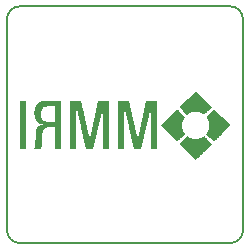
<source format=gbr>
%TF.GenerationSoftware,KiCad,Pcbnew,7.0.10*%
%TF.CreationDate,2025-02-08T17:23:52-05:00*%
%TF.ProjectId,pcb2,70636232-2e6b-4696-9361-645f70636258,rev?*%
%TF.SameCoordinates,Original*%
%TF.FileFunction,Legend,Bot*%
%TF.FilePolarity,Positive*%
%FSLAX46Y46*%
G04 Gerber Fmt 4.6, Leading zero omitted, Abs format (unit mm)*
G04 Created by KiCad (PCBNEW 7.0.10) date 2025-02-08 17:23:52*
%MOMM*%
%LPD*%
G01*
G04 APERTURE LIST*
%ADD10C,0.150000*%
G04 APERTURE END LIST*
D10*
X149750000Y-112550000D02*
G75*
G03*
X150850000Y-113650000I1100000J0D01*
G01*
X150850000Y-93600000D02*
G75*
G03*
X149750000Y-94700000I0J-1100000D01*
G01*
X149750000Y-112550000D02*
X149750000Y-94700000D01*
X168650000Y-113650000D02*
G75*
G03*
X169750000Y-112550000I0J1100000D01*
G01*
X168650000Y-113650000D02*
X150850000Y-113650000D01*
X169750000Y-94700000D02*
G75*
G03*
X168650000Y-93600000I-1100000J0D01*
G01*
X150850000Y-93600000D02*
X168650000Y-93600000D01*
X169750000Y-94700000D02*
X169750000Y-112550000D01*
%TO.C,G\u002A\u002A\u002A*%
G36*
X154352727Y-103650795D02*
G01*
X154352727Y-105699925D01*
X154071458Y-105699925D01*
X153790189Y-105699925D01*
X153790189Y-104770308D01*
X153790189Y-103840691D01*
X153574471Y-103840699D01*
X153572499Y-103840699D01*
X153544951Y-103840714D01*
X153518113Y-103840751D01*
X153492189Y-103840810D01*
X153467387Y-103840889D01*
X153443912Y-103840987D01*
X153421969Y-103841102D01*
X153401765Y-103841233D01*
X153383504Y-103841380D01*
X153367393Y-103841539D01*
X153353637Y-103841711D01*
X153342442Y-103841894D01*
X153334015Y-103842086D01*
X153328559Y-103842286D01*
X153316262Y-103842986D01*
X153280442Y-103845671D01*
X153245426Y-103849247D01*
X153211547Y-103853656D01*
X153179140Y-103858843D01*
X153148537Y-103864750D01*
X153120074Y-103871319D01*
X153094082Y-103878495D01*
X153070897Y-103886220D01*
X153065759Y-103888159D01*
X153041065Y-103898695D01*
X153016308Y-103911152D01*
X152992298Y-103925066D01*
X152969845Y-103939974D01*
X152949760Y-103955414D01*
X152934215Y-103969083D01*
X152909118Y-103994445D01*
X152885929Y-104022292D01*
X152864643Y-104052633D01*
X152845256Y-104085479D01*
X152827762Y-104120839D01*
X152812158Y-104158723D01*
X152798439Y-104199141D01*
X152786600Y-104242102D01*
X152776637Y-104287616D01*
X152768544Y-104335692D01*
X152767528Y-104342857D01*
X152766564Y-104350076D01*
X152765657Y-104357414D01*
X152764792Y-104365076D01*
X152763955Y-104373265D01*
X152763133Y-104382185D01*
X152762310Y-104392039D01*
X152761472Y-104403031D01*
X152760606Y-104415365D01*
X152759696Y-104429244D01*
X152758729Y-104444872D01*
X152757691Y-104462452D01*
X152756566Y-104482189D01*
X152755341Y-104504285D01*
X152754001Y-104528945D01*
X152752532Y-104556371D01*
X152750920Y-104586768D01*
X152750616Y-104592531D01*
X152749203Y-104619150D01*
X152747644Y-104648380D01*
X152745963Y-104679766D01*
X152744186Y-104712852D01*
X152742336Y-104747182D01*
X152740439Y-104782300D01*
X152738519Y-104817751D01*
X152736601Y-104853079D01*
X152734709Y-104887827D01*
X152732868Y-104921541D01*
X152731103Y-104953764D01*
X152729438Y-104984041D01*
X152728429Y-105002371D01*
X152726358Y-105039953D01*
X152724435Y-105074654D01*
X152722636Y-105106673D01*
X152720937Y-105136210D01*
X152719317Y-105163464D01*
X152717751Y-105188636D01*
X152716215Y-105211924D01*
X152714688Y-105233528D01*
X152713144Y-105253648D01*
X152711561Y-105272484D01*
X152709916Y-105290235D01*
X152708186Y-105307101D01*
X152706346Y-105323282D01*
X152704374Y-105338976D01*
X152702246Y-105354384D01*
X152699939Y-105369706D01*
X152697430Y-105385140D01*
X152694695Y-105400887D01*
X152691711Y-105417147D01*
X152688455Y-105434118D01*
X152684903Y-105452000D01*
X152681032Y-105470994D01*
X152676819Y-105491298D01*
X152672240Y-105513113D01*
X152667272Y-105536638D01*
X152661892Y-105562072D01*
X152632742Y-105699925D01*
X152339850Y-105699925D01*
X152318458Y-105699923D01*
X152283519Y-105699905D01*
X152250622Y-105699873D01*
X152219854Y-105699825D01*
X152191304Y-105699763D01*
X152165058Y-105699687D01*
X152141204Y-105699597D01*
X152119829Y-105699495D01*
X152101020Y-105699379D01*
X152084865Y-105699251D01*
X152071452Y-105699111D01*
X152060867Y-105698960D01*
X152053198Y-105698798D01*
X152048533Y-105698625D01*
X152046959Y-105698443D01*
X152047246Y-105697153D01*
X152048318Y-105693091D01*
X152050088Y-105686631D01*
X152052456Y-105678133D01*
X152055322Y-105667958D01*
X152058584Y-105656465D01*
X152062142Y-105644016D01*
X152072537Y-105607212D01*
X152082861Y-105569397D01*
X152092284Y-105533486D01*
X152100754Y-105499690D01*
X152108218Y-105468219D01*
X152114623Y-105439283D01*
X152119917Y-105413095D01*
X152120049Y-105412404D01*
X152127503Y-105372314D01*
X152134108Y-105334567D01*
X152139963Y-105298480D01*
X152145162Y-105263372D01*
X152149801Y-105228563D01*
X152153976Y-105193371D01*
X152157784Y-105157115D01*
X152161320Y-105119113D01*
X152161610Y-105115797D01*
X152162630Y-105104029D01*
X152163593Y-105092655D01*
X152164510Y-105081503D01*
X152165390Y-105070406D01*
X152166244Y-105059191D01*
X152167080Y-105047690D01*
X152167908Y-105035733D01*
X152168738Y-105023150D01*
X152169580Y-105009771D01*
X152170443Y-104995425D01*
X152171337Y-104979944D01*
X152172272Y-104963157D01*
X152173257Y-104944894D01*
X152174302Y-104924985D01*
X152175417Y-104903261D01*
X152176611Y-104879552D01*
X152177895Y-104853687D01*
X152179277Y-104825497D01*
X152180768Y-104794812D01*
X152182377Y-104761462D01*
X152184113Y-104725277D01*
X152185987Y-104686086D01*
X152186912Y-104666727D01*
X152188682Y-104629743D01*
X152190315Y-104595710D01*
X152191819Y-104564479D01*
X152193201Y-104535901D01*
X152194470Y-104509825D01*
X152195633Y-104486104D01*
X152196698Y-104464586D01*
X152197673Y-104445124D01*
X152198566Y-104427566D01*
X152199384Y-104411764D01*
X152200135Y-104397568D01*
X152200827Y-104384829D01*
X152201467Y-104373397D01*
X152202065Y-104363123D01*
X152202626Y-104353857D01*
X152203159Y-104345449D01*
X152203672Y-104337751D01*
X152204173Y-104330613D01*
X152204669Y-104323885D01*
X152205168Y-104317418D01*
X152207335Y-104291403D01*
X152210559Y-104256919D01*
X152214120Y-104223069D01*
X152217973Y-104190172D01*
X152222073Y-104158544D01*
X152226378Y-104128504D01*
X152230843Y-104100371D01*
X152235424Y-104074462D01*
X152240078Y-104051094D01*
X152244761Y-104030587D01*
X152246995Y-104021777D01*
X152258679Y-103982081D01*
X152272449Y-103944722D01*
X152288355Y-103909610D01*
X152306444Y-103876656D01*
X152326766Y-103845768D01*
X152349368Y-103816856D01*
X152374301Y-103789830D01*
X152392965Y-103772239D01*
X152419859Y-103750095D01*
X152448315Y-103730027D01*
X152477804Y-103712404D01*
X152507795Y-103697593D01*
X152516838Y-103693682D01*
X152542434Y-103683485D01*
X152569567Y-103673923D01*
X152598421Y-103664956D01*
X152629175Y-103656541D01*
X152662011Y-103648638D01*
X152697110Y-103641203D01*
X152734652Y-103634195D01*
X152774819Y-103627572D01*
X152817791Y-103621292D01*
X152863750Y-103615314D01*
X152874080Y-103614044D01*
X152865340Y-103612258D01*
X152863358Y-103611858D01*
X152857770Y-103610747D01*
X152849951Y-103609205D01*
X152840465Y-103607343D01*
X152829879Y-103605271D01*
X152818757Y-103603102D01*
X152808991Y-103601173D01*
X152751678Y-103588739D01*
X152696795Y-103574876D01*
X152644402Y-103559609D01*
X152594561Y-103542960D01*
X152547336Y-103524953D01*
X152502788Y-103505612D01*
X152460979Y-103484960D01*
X152421972Y-103463021D01*
X152385829Y-103439817D01*
X152364039Y-103424065D01*
X152336381Y-103401686D01*
X152310345Y-103377860D01*
X152286320Y-103352971D01*
X152264695Y-103327402D01*
X152245858Y-103301538D01*
X152222864Y-103264659D01*
X152200869Y-103223879D01*
X152180806Y-103180594D01*
X152162676Y-103134816D01*
X152146485Y-103086558D01*
X152132236Y-103035832D01*
X152119932Y-102982651D01*
X152109579Y-102927027D01*
X152101179Y-102868974D01*
X152094737Y-102808505D01*
X152094449Y-102805217D01*
X152090075Y-102743699D01*
X152087598Y-102682069D01*
X152087398Y-102661587D01*
X152651633Y-102661587D01*
X152651709Y-102685779D01*
X152652110Y-102720786D01*
X152652878Y-102753282D01*
X152654041Y-102783663D01*
X152655626Y-102812323D01*
X152657659Y-102839659D01*
X152660167Y-102866064D01*
X152663177Y-102891934D01*
X152666716Y-102917664D01*
X152670811Y-102943650D01*
X152674402Y-102963877D01*
X152681578Y-102997935D01*
X152689821Y-103029458D01*
X152699270Y-103058788D01*
X152710065Y-103086262D01*
X152722343Y-103112221D01*
X152736246Y-103137004D01*
X152751910Y-103160949D01*
X152769477Y-103184397D01*
X152773158Y-103188866D01*
X152781620Y-103198433D01*
X152791521Y-103208951D01*
X152802185Y-103219740D01*
X152812932Y-103230123D01*
X152823086Y-103239421D01*
X152831969Y-103246955D01*
X152841189Y-103254131D01*
X152870852Y-103274697D01*
X152902876Y-103293359D01*
X152937056Y-103310023D01*
X152973188Y-103324596D01*
X153011067Y-103336983D01*
X153050487Y-103347090D01*
X153054605Y-103347999D01*
X153076368Y-103352516D01*
X153098515Y-103356611D01*
X153121446Y-103360338D01*
X153145559Y-103363749D01*
X153171254Y-103366899D01*
X153198929Y-103369841D01*
X153228984Y-103372627D01*
X153261817Y-103375312D01*
X153263311Y-103375413D01*
X153269666Y-103375701D01*
X153278951Y-103375972D01*
X153291189Y-103376226D01*
X153306403Y-103376465D01*
X153324614Y-103376687D01*
X153345845Y-103376893D01*
X153370119Y-103377083D01*
X153397458Y-103377258D01*
X153427886Y-103377417D01*
X153461424Y-103377561D01*
X153498095Y-103377691D01*
X153537922Y-103377806D01*
X153790189Y-103378460D01*
X153790189Y-102721275D01*
X153790189Y-102064089D01*
X153552223Y-102064100D01*
X153527820Y-102064109D01*
X153499819Y-102064139D01*
X153472478Y-102064190D01*
X153446008Y-102064258D01*
X153420617Y-102064344D01*
X153396517Y-102064447D01*
X153373916Y-102064564D01*
X153353025Y-102064696D01*
X153334052Y-102064839D01*
X153317209Y-102064995D01*
X153302705Y-102065160D01*
X153290750Y-102065334D01*
X153281553Y-102065516D01*
X153275325Y-102065705D01*
X153251917Y-102066774D01*
X153200871Y-102069948D01*
X153152785Y-102074158D01*
X153107628Y-102079412D01*
X153065366Y-102085717D01*
X153025967Y-102093081D01*
X152989398Y-102101510D01*
X152955626Y-102111012D01*
X152924619Y-102121594D01*
X152896344Y-102133264D01*
X152870769Y-102146027D01*
X152847860Y-102159893D01*
X152821058Y-102179567D01*
X152795343Y-102202300D01*
X152771690Y-102227428D01*
X152750112Y-102254932D01*
X152730618Y-102284790D01*
X152713221Y-102316981D01*
X152697932Y-102351485D01*
X152684761Y-102388280D01*
X152673719Y-102427347D01*
X152664819Y-102468665D01*
X152658071Y-102512213D01*
X152657989Y-102512859D01*
X152656639Y-102523740D01*
X152655492Y-102533635D01*
X152654533Y-102542921D01*
X152653744Y-102551976D01*
X152653110Y-102561181D01*
X152652615Y-102570913D01*
X152652242Y-102581551D01*
X152651974Y-102593474D01*
X152651795Y-102607061D01*
X152651690Y-102622689D01*
X152651641Y-102640738D01*
X152651633Y-102661587D01*
X152087398Y-102661587D01*
X152086997Y-102620637D01*
X152088251Y-102559714D01*
X152091341Y-102499609D01*
X152096245Y-102440632D01*
X152102943Y-102383093D01*
X152111415Y-102327302D01*
X152121639Y-102273569D01*
X152133596Y-102222204D01*
X152145571Y-102178805D01*
X152161881Y-102128352D01*
X152180149Y-102080339D01*
X152200400Y-102034713D01*
X152222661Y-101991420D01*
X152246959Y-101950404D01*
X152273319Y-101911612D01*
X152301769Y-101874988D01*
X152306475Y-101869492D01*
X152314846Y-101860213D01*
X152324634Y-101849788D01*
X152335277Y-101838787D01*
X152346214Y-101827782D01*
X152356883Y-101817342D01*
X152366721Y-101808039D01*
X152375167Y-101800444D01*
X152375852Y-101799851D01*
X152410477Y-101772020D01*
X152447335Y-101746388D01*
X152486307Y-101723015D01*
X152527277Y-101701963D01*
X152570128Y-101683290D01*
X152614742Y-101667059D01*
X152661001Y-101653328D01*
X152677771Y-101649049D01*
X152712768Y-101641019D01*
X152750114Y-101633538D01*
X152789280Y-101626691D01*
X152829735Y-101620560D01*
X152870949Y-101615230D01*
X152912392Y-101610782D01*
X152953534Y-101607302D01*
X152958473Y-101606947D01*
X152964832Y-101606507D01*
X152971187Y-101606092D01*
X152977637Y-101605701D01*
X152984282Y-101605334D01*
X152991222Y-101604990D01*
X152998555Y-101604669D01*
X153006381Y-101604368D01*
X153014800Y-101604089D01*
X153023911Y-101603829D01*
X153033814Y-101603589D01*
X153044607Y-101603368D01*
X153056391Y-101603164D01*
X153069265Y-101602977D01*
X153083328Y-101602806D01*
X153098679Y-101602651D01*
X153115419Y-101602511D01*
X153133646Y-101602385D01*
X153153461Y-101602272D01*
X153174962Y-101602172D01*
X153198249Y-101602083D01*
X153223421Y-101602006D01*
X153250579Y-101601939D01*
X153279820Y-101601882D01*
X153311245Y-101601833D01*
X153344954Y-101601793D01*
X153381045Y-101601760D01*
X153419618Y-101601734D01*
X153460772Y-101601714D01*
X153504608Y-101601699D01*
X153551224Y-101601688D01*
X153600720Y-101601681D01*
X153653195Y-101601677D01*
X153708749Y-101601675D01*
X154352727Y-101601665D01*
X154352727Y-102064089D01*
X154352727Y-103650795D01*
G37*
G36*
X158416028Y-103650792D02*
G01*
X158416028Y-105699925D01*
X158152239Y-105699925D01*
X157888450Y-105699925D01*
X157888343Y-103914981D01*
X157888343Y-103913671D01*
X157888336Y-103823144D01*
X157888326Y-103734565D01*
X157888315Y-103647971D01*
X157888301Y-103563395D01*
X157888284Y-103480873D01*
X157888265Y-103400441D01*
X157888244Y-103322133D01*
X157888221Y-103245985D01*
X157888195Y-103172032D01*
X157888167Y-103100308D01*
X157888137Y-103030849D01*
X157888104Y-102963690D01*
X157888070Y-102898866D01*
X157888033Y-102836413D01*
X157887995Y-102776365D01*
X157887954Y-102718757D01*
X157887911Y-102663626D01*
X157887867Y-102611004D01*
X157887820Y-102560929D01*
X157887772Y-102513435D01*
X157887721Y-102468557D01*
X157887669Y-102426331D01*
X157887615Y-102386791D01*
X157887559Y-102349972D01*
X157887502Y-102315910D01*
X157887442Y-102284640D01*
X157887381Y-102256197D01*
X157887319Y-102230616D01*
X157887254Y-102207932D01*
X157887188Y-102188180D01*
X157887121Y-102171396D01*
X157887052Y-102157614D01*
X157886981Y-102146870D01*
X157886909Y-102139198D01*
X157886836Y-102134635D01*
X157886761Y-102133215D01*
X157886682Y-102133500D01*
X157885978Y-102136355D01*
X157884565Y-102142219D01*
X157882457Y-102151030D01*
X157879669Y-102162726D01*
X157876214Y-102177248D01*
X157872108Y-102194533D01*
X157867365Y-102214520D01*
X157862000Y-102237148D01*
X157856026Y-102262356D01*
X157849459Y-102290083D01*
X157842313Y-102320267D01*
X157834601Y-102352847D01*
X157826340Y-102387762D01*
X157817543Y-102424951D01*
X157808224Y-102464352D01*
X157798399Y-102505905D01*
X157788081Y-102549547D01*
X157777286Y-102595219D01*
X157766027Y-102642858D01*
X157754319Y-102692404D01*
X157742176Y-102743795D01*
X157729613Y-102796970D01*
X157716645Y-102851868D01*
X157703286Y-102908428D01*
X157689550Y-102966587D01*
X157675452Y-103026286D01*
X157661006Y-103087463D01*
X157646227Y-103150057D01*
X157631129Y-103214006D01*
X157615726Y-103279250D01*
X157600034Y-103345726D01*
X157584067Y-103413374D01*
X157567838Y-103482134D01*
X157551364Y-103551942D01*
X157534657Y-103622739D01*
X157517732Y-103694463D01*
X157500605Y-103767052D01*
X157483289Y-103840446D01*
X157465799Y-103914584D01*
X157458991Y-103943440D01*
X157441567Y-104017298D01*
X157424325Y-104090390D01*
X157407277Y-104162653D01*
X157390439Y-104234028D01*
X157373825Y-104304453D01*
X157357450Y-104373867D01*
X157341327Y-104442207D01*
X157325473Y-104509414D01*
X157309900Y-104575426D01*
X157294623Y-104640181D01*
X157279657Y-104703619D01*
X157265017Y-104765678D01*
X157250716Y-104826298D01*
X157236769Y-104885415D01*
X157223191Y-104942971D01*
X157209996Y-104998903D01*
X157197198Y-105053149D01*
X157184812Y-105105650D01*
X157172853Y-105156343D01*
X157161334Y-105205168D01*
X157150271Y-105252062D01*
X157139677Y-105296966D01*
X157129568Y-105339817D01*
X157119957Y-105380555D01*
X157110859Y-105419118D01*
X157102288Y-105455444D01*
X157094260Y-105489474D01*
X157086788Y-105521145D01*
X157079886Y-105550396D01*
X157073570Y-105577167D01*
X157067854Y-105601395D01*
X157062752Y-105623020D01*
X157058278Y-105641980D01*
X157054448Y-105658214D01*
X157051274Y-105671661D01*
X157048773Y-105682260D01*
X157046958Y-105689950D01*
X157045845Y-105694668D01*
X157045446Y-105696354D01*
X157044581Y-105699934D01*
X156767067Y-105699533D01*
X156489553Y-105699131D01*
X156069598Y-103919351D01*
X156062528Y-103889388D01*
X156045093Y-103815501D01*
X156027838Y-103742378D01*
X156010777Y-103670083D01*
X155993925Y-103598675D01*
X155977297Y-103528217D01*
X155960906Y-103458769D01*
X155944767Y-103390393D01*
X155928896Y-103323150D01*
X155913305Y-103257101D01*
X155898010Y-103192307D01*
X155883025Y-103128831D01*
X155868365Y-103066732D01*
X155854044Y-103006073D01*
X155840076Y-102946914D01*
X155826476Y-102889317D01*
X155813259Y-102833343D01*
X155800439Y-102779054D01*
X155788030Y-102726510D01*
X155776047Y-102675772D01*
X155764505Y-102626903D01*
X155753417Y-102579964D01*
X155742799Y-102535015D01*
X155732664Y-102492117D01*
X155723028Y-102451333D01*
X155713904Y-102412724D01*
X155705307Y-102376350D01*
X155697252Y-102342272D01*
X155689754Y-102310554D01*
X155682825Y-102281254D01*
X155676482Y-102254435D01*
X155670738Y-102230158D01*
X155665609Y-102208485D01*
X155661107Y-102189475D01*
X155657249Y-102173192D01*
X155654048Y-102159695D01*
X155651519Y-102149047D01*
X155649676Y-102141308D01*
X155648534Y-102136540D01*
X155648107Y-102134804D01*
X155648055Y-102135222D01*
X155647971Y-102138453D01*
X155647890Y-102144835D01*
X155647810Y-102154353D01*
X155647732Y-102166991D01*
X155647656Y-102182730D01*
X155647582Y-102201556D01*
X155647510Y-102223452D01*
X155647441Y-102248401D01*
X155647373Y-102276386D01*
X155647308Y-102307393D01*
X155647244Y-102341403D01*
X155647183Y-102378401D01*
X155647124Y-102418370D01*
X155647067Y-102461294D01*
X155647012Y-102507156D01*
X155646960Y-102555940D01*
X155646910Y-102607629D01*
X155646861Y-102662208D01*
X155646816Y-102719659D01*
X155646772Y-102779967D01*
X155646731Y-102843114D01*
X155646692Y-102909085D01*
X155646655Y-102977863D01*
X155646621Y-103049431D01*
X155646588Y-103123774D01*
X155646559Y-103200874D01*
X155646531Y-103280715D01*
X155646506Y-103363281D01*
X155646484Y-103448556D01*
X155646464Y-103536523D01*
X155646446Y-103627165D01*
X155646431Y-103720466D01*
X155646418Y-103816411D01*
X155646408Y-103914981D01*
X155646245Y-105699925D01*
X155381662Y-105699925D01*
X155117079Y-105699925D01*
X155117079Y-103650795D01*
X155117079Y-101601665D01*
X155577808Y-101601665D01*
X155621355Y-101601665D01*
X155663773Y-101601667D01*
X155703223Y-101601672D01*
X155739814Y-101601680D01*
X155773651Y-101601691D01*
X155804844Y-101601707D01*
X155833498Y-101601727D01*
X155859723Y-101601753D01*
X155883624Y-101601786D01*
X155905311Y-101601825D01*
X155924889Y-101601871D01*
X155942467Y-101601926D01*
X155958152Y-101601990D01*
X155972052Y-101602063D01*
X155984274Y-101602147D01*
X155994925Y-101602241D01*
X156004113Y-101602346D01*
X156011946Y-101602464D01*
X156018531Y-101602594D01*
X156023976Y-101602738D01*
X156028387Y-101602895D01*
X156031873Y-101603068D01*
X156034540Y-101603255D01*
X156036497Y-101603459D01*
X156037851Y-101603679D01*
X156038710Y-101603916D01*
X156039180Y-101604172D01*
X156039369Y-101604445D01*
X156039504Y-101605027D01*
X156040279Y-101608445D01*
X156041724Y-101614863D01*
X156043827Y-101624216D01*
X156046572Y-101636441D01*
X156049946Y-101651473D01*
X156053933Y-101669248D01*
X156058520Y-101689701D01*
X156063691Y-101712768D01*
X156069434Y-101738386D01*
X156075732Y-101766488D01*
X156082573Y-101797012D01*
X156089940Y-101829892D01*
X156097821Y-101865065D01*
X156106200Y-101902466D01*
X156115064Y-101942031D01*
X156124397Y-101983695D01*
X156134185Y-102027395D01*
X156144414Y-102073065D01*
X156155070Y-102120641D01*
X156166138Y-102170060D01*
X156177604Y-102221257D01*
X156189453Y-102274167D01*
X156201670Y-102328726D01*
X156214243Y-102384870D01*
X156227155Y-102442534D01*
X156240393Y-102501655D01*
X156253942Y-102562167D01*
X156267788Y-102624007D01*
X156281917Y-102687110D01*
X156296313Y-102751411D01*
X156310963Y-102816848D01*
X156325852Y-102883354D01*
X156340966Y-102950866D01*
X156356291Y-103019320D01*
X156371811Y-103088651D01*
X156387513Y-103158794D01*
X156403382Y-103229686D01*
X156412514Y-103270479D01*
X156428290Y-103340952D01*
X156443892Y-103410641D01*
X156459306Y-103479480D01*
X156474516Y-103547407D01*
X156489508Y-103614355D01*
X156504268Y-103680261D01*
X156518782Y-103745061D01*
X156533035Y-103808689D01*
X156547012Y-103871083D01*
X156560700Y-103932177D01*
X156574083Y-103991907D01*
X156587147Y-104050209D01*
X156599878Y-104107018D01*
X156612262Y-104162270D01*
X156624284Y-104215901D01*
X156635929Y-104267846D01*
X156647183Y-104318041D01*
X156658032Y-104366421D01*
X156668462Y-104412923D01*
X156678457Y-104457482D01*
X156688003Y-104500033D01*
X156697087Y-104540513D01*
X156705693Y-104578856D01*
X156713807Y-104614999D01*
X156721414Y-104648876D01*
X156728501Y-104680425D01*
X156735053Y-104709580D01*
X156741055Y-104736277D01*
X156746493Y-104760452D01*
X156751353Y-104782040D01*
X156755619Y-104800977D01*
X156759279Y-104817199D01*
X156762316Y-104830641D01*
X156764717Y-104841239D01*
X156766468Y-104848928D01*
X156767553Y-104853645D01*
X156767959Y-104855324D01*
X156768908Y-104857002D01*
X156769641Y-104856371D01*
X156770459Y-104852941D01*
X156770596Y-104852309D01*
X156771373Y-104848800D01*
X156772819Y-104842290D01*
X156774920Y-104832843D01*
X156777662Y-104820524D01*
X156781030Y-104805398D01*
X156785009Y-104787529D01*
X156789587Y-104766981D01*
X156794747Y-104743819D01*
X156800476Y-104718108D01*
X156806759Y-104689911D01*
X156813583Y-104659294D01*
X156820932Y-104626321D01*
X156828792Y-104591057D01*
X156837149Y-104553565D01*
X156845988Y-104513910D01*
X156855295Y-104472158D01*
X156865056Y-104428372D01*
X156875257Y-104382617D01*
X156885882Y-104334957D01*
X156896918Y-104285457D01*
X156908350Y-104234182D01*
X156920164Y-104181195D01*
X156932345Y-104126562D01*
X156944880Y-104070347D01*
X156957753Y-104012614D01*
X156970950Y-103953428D01*
X156984457Y-103892853D01*
X156998260Y-103830954D01*
X157012344Y-103767796D01*
X157026695Y-103703442D01*
X157041298Y-103637958D01*
X157056139Y-103571407D01*
X157071203Y-103503855D01*
X157086477Y-103435365D01*
X157101946Y-103366003D01*
X157117595Y-103295833D01*
X157133411Y-103224919D01*
X157495259Y-101602459D01*
X157955643Y-101602059D01*
X158416028Y-101601659D01*
X158416028Y-103650792D01*
G37*
G36*
X162477739Y-103650792D02*
G01*
X162477739Y-105699925D01*
X162213951Y-105699925D01*
X161950162Y-105699925D01*
X161950054Y-103914981D01*
X161950054Y-103913671D01*
X161950047Y-103823144D01*
X161950038Y-103734565D01*
X161950026Y-103647971D01*
X161950012Y-103563395D01*
X161949996Y-103480873D01*
X161949977Y-103400441D01*
X161949956Y-103322133D01*
X161949932Y-103245985D01*
X161949907Y-103172032D01*
X161949879Y-103100308D01*
X161949848Y-103030849D01*
X161949816Y-102963690D01*
X161949782Y-102898866D01*
X161949745Y-102836413D01*
X161949706Y-102776365D01*
X161949666Y-102718757D01*
X161949623Y-102663626D01*
X161949579Y-102611004D01*
X161949532Y-102560929D01*
X161949483Y-102513435D01*
X161949433Y-102468557D01*
X161949381Y-102426331D01*
X161949327Y-102386791D01*
X161949271Y-102349972D01*
X161949213Y-102315910D01*
X161949154Y-102284640D01*
X161949093Y-102256197D01*
X161949030Y-102230616D01*
X161948966Y-102207932D01*
X161948900Y-102188180D01*
X161948832Y-102171396D01*
X161948763Y-102157614D01*
X161948693Y-102146870D01*
X161948621Y-102139198D01*
X161948547Y-102134635D01*
X161948472Y-102133215D01*
X161948393Y-102133500D01*
X161947690Y-102136355D01*
X161946277Y-102142219D01*
X161944169Y-102151030D01*
X161941380Y-102162726D01*
X161937926Y-102177248D01*
X161933820Y-102194533D01*
X161929077Y-102214520D01*
X161923712Y-102237148D01*
X161917738Y-102262356D01*
X161911171Y-102290083D01*
X161904024Y-102320267D01*
X161896313Y-102352847D01*
X161888052Y-102387762D01*
X161879255Y-102424951D01*
X161869936Y-102464352D01*
X161860111Y-102505905D01*
X161849793Y-102549547D01*
X161838997Y-102595219D01*
X161827738Y-102642858D01*
X161816030Y-102692404D01*
X161803888Y-102743795D01*
X161791325Y-102796970D01*
X161778357Y-102851868D01*
X161764998Y-102908428D01*
X161751262Y-102966587D01*
X161737163Y-103026286D01*
X161722717Y-103087463D01*
X161707938Y-103150057D01*
X161692840Y-103214006D01*
X161677438Y-103279250D01*
X161661746Y-103345726D01*
X161645779Y-103413374D01*
X161629550Y-103482134D01*
X161613075Y-103551942D01*
X161596368Y-103622739D01*
X161579444Y-103694463D01*
X161562316Y-103767052D01*
X161545000Y-103840446D01*
X161527510Y-103914584D01*
X161520703Y-103943440D01*
X161503279Y-104017298D01*
X161486036Y-104090390D01*
X161468989Y-104162653D01*
X161452151Y-104234028D01*
X161435537Y-104304453D01*
X161419161Y-104373867D01*
X161403039Y-104442207D01*
X161387184Y-104509414D01*
X161371611Y-104575426D01*
X161356335Y-104640181D01*
X161341369Y-104703619D01*
X161326728Y-104765678D01*
X161312428Y-104826298D01*
X161298481Y-104885415D01*
X161284903Y-104942971D01*
X161271707Y-104998903D01*
X161258910Y-105053149D01*
X161246524Y-105105650D01*
X161234565Y-105156343D01*
X161223046Y-105205168D01*
X161211983Y-105252062D01*
X161201389Y-105296966D01*
X161191279Y-105339817D01*
X161181668Y-105380555D01*
X161172571Y-105419118D01*
X161164000Y-105455444D01*
X161155972Y-105489474D01*
X161148499Y-105521145D01*
X161141598Y-105550396D01*
X161135282Y-105577167D01*
X161129566Y-105601395D01*
X161124463Y-105623020D01*
X161119990Y-105641980D01*
X161116159Y-105658214D01*
X161112986Y-105671661D01*
X161110485Y-105682260D01*
X161108670Y-105689950D01*
X161107556Y-105694668D01*
X161107158Y-105696354D01*
X161106293Y-105699934D01*
X160828779Y-105699533D01*
X160551265Y-105699131D01*
X160131310Y-103919351D01*
X160124240Y-103889388D01*
X160106805Y-103815501D01*
X160089550Y-103742378D01*
X160072489Y-103670083D01*
X160055637Y-103598675D01*
X160039008Y-103528217D01*
X160022618Y-103458769D01*
X160006479Y-103390393D01*
X159990607Y-103323150D01*
X159975017Y-103257101D01*
X159959722Y-103192307D01*
X159944737Y-103128831D01*
X159930077Y-103066732D01*
X159915755Y-103006073D01*
X159901788Y-102946914D01*
X159888188Y-102889317D01*
X159874971Y-102833343D01*
X159862151Y-102779054D01*
X159849742Y-102726510D01*
X159837759Y-102675772D01*
X159826217Y-102626903D01*
X159815129Y-102579964D01*
X159804511Y-102535015D01*
X159794376Y-102492117D01*
X159784739Y-102451333D01*
X159775616Y-102412724D01*
X159767019Y-102376350D01*
X159758964Y-102342272D01*
X159751465Y-102310554D01*
X159744537Y-102281254D01*
X159738194Y-102254435D01*
X159732450Y-102230158D01*
X159727320Y-102208485D01*
X159722819Y-102189475D01*
X159718960Y-102173192D01*
X159715759Y-102159695D01*
X159713230Y-102149047D01*
X159711387Y-102141308D01*
X159710245Y-102136540D01*
X159709819Y-102134804D01*
X159709767Y-102135222D01*
X159709683Y-102138453D01*
X159709601Y-102144835D01*
X159709521Y-102154353D01*
X159709444Y-102166991D01*
X159709368Y-102182730D01*
X159709294Y-102201556D01*
X159709222Y-102223452D01*
X159709153Y-102248401D01*
X159709085Y-102276386D01*
X159709019Y-102307393D01*
X159708956Y-102341403D01*
X159708895Y-102378401D01*
X159708836Y-102418370D01*
X159708779Y-102461294D01*
X159708724Y-102507156D01*
X159708672Y-102555940D01*
X159708621Y-102607629D01*
X159708573Y-102662208D01*
X159708527Y-102719659D01*
X159708484Y-102779967D01*
X159708442Y-102843114D01*
X159708403Y-102909085D01*
X159708367Y-102977863D01*
X159708332Y-103049431D01*
X159708300Y-103123774D01*
X159708270Y-103200874D01*
X159708243Y-103280715D01*
X159708218Y-103363281D01*
X159708196Y-103448556D01*
X159708175Y-103536523D01*
X159708158Y-103627165D01*
X159708143Y-103720466D01*
X159708130Y-103816411D01*
X159708119Y-103914981D01*
X159707957Y-105699925D01*
X159443374Y-105699925D01*
X159178790Y-105699925D01*
X159178790Y-103650795D01*
X159178790Y-101601665D01*
X159639519Y-101601665D01*
X159683066Y-101601665D01*
X159725485Y-101601667D01*
X159764935Y-101601672D01*
X159801525Y-101601680D01*
X159835363Y-101601691D01*
X159866555Y-101601707D01*
X159895210Y-101601727D01*
X159921434Y-101601753D01*
X159945336Y-101601786D01*
X159967022Y-101601825D01*
X159986601Y-101601871D01*
X160004179Y-101601926D01*
X160019864Y-101601990D01*
X160033764Y-101602063D01*
X160045985Y-101602147D01*
X160056637Y-101602241D01*
X160065825Y-101602346D01*
X160073658Y-101602464D01*
X160080243Y-101602594D01*
X160085687Y-101602738D01*
X160090099Y-101602895D01*
X160093584Y-101603068D01*
X160096252Y-101603255D01*
X160098209Y-101603459D01*
X160099563Y-101603679D01*
X160100421Y-101603916D01*
X160100891Y-101604172D01*
X160101081Y-101604445D01*
X160101216Y-101605027D01*
X160101990Y-101608445D01*
X160103436Y-101614863D01*
X160105539Y-101624216D01*
X160108284Y-101636441D01*
X160111657Y-101651473D01*
X160115645Y-101669248D01*
X160120231Y-101689701D01*
X160125403Y-101712768D01*
X160131146Y-101738386D01*
X160137444Y-101766488D01*
X160144284Y-101797012D01*
X160151652Y-101829892D01*
X160159533Y-101865065D01*
X160167912Y-101902466D01*
X160176775Y-101942031D01*
X160186108Y-101983695D01*
X160195897Y-102027395D01*
X160206126Y-102073065D01*
X160216782Y-102120641D01*
X160227850Y-102170060D01*
X160239316Y-102221257D01*
X160251164Y-102274167D01*
X160263382Y-102328726D01*
X160275954Y-102384870D01*
X160288867Y-102442534D01*
X160302105Y-102501655D01*
X160315654Y-102562167D01*
X160329500Y-102624007D01*
X160343628Y-102687110D01*
X160358025Y-102751411D01*
X160372675Y-102816848D01*
X160387564Y-102883354D01*
X160402678Y-102950866D01*
X160418003Y-103019320D01*
X160433523Y-103088651D01*
X160449225Y-103158794D01*
X160465094Y-103229686D01*
X160474225Y-103270479D01*
X160490002Y-103340952D01*
X160505604Y-103410641D01*
X160521017Y-103479480D01*
X160536228Y-103547407D01*
X160551220Y-103614355D01*
X160565980Y-103680261D01*
X160580494Y-103745061D01*
X160594747Y-103808689D01*
X160608724Y-103871083D01*
X160622411Y-103932177D01*
X160635794Y-103991907D01*
X160648859Y-104050209D01*
X160661590Y-104107018D01*
X160673974Y-104162270D01*
X160685996Y-104215901D01*
X160697641Y-104267846D01*
X160708895Y-104318041D01*
X160719744Y-104366421D01*
X160730173Y-104412923D01*
X160740169Y-104457482D01*
X160749715Y-104500033D01*
X160758798Y-104540513D01*
X160767404Y-104578856D01*
X160775518Y-104614999D01*
X160783126Y-104648876D01*
X160790213Y-104680425D01*
X160796765Y-104709580D01*
X160802767Y-104736277D01*
X160808205Y-104760452D01*
X160813065Y-104782040D01*
X160817331Y-104800977D01*
X160820990Y-104817199D01*
X160824028Y-104830641D01*
X160826429Y-104841239D01*
X160828179Y-104848928D01*
X160829265Y-104853645D01*
X160829671Y-104855324D01*
X160830620Y-104857002D01*
X160831353Y-104856371D01*
X160832171Y-104852941D01*
X160832308Y-104852309D01*
X160833085Y-104848800D01*
X160834531Y-104842290D01*
X160836632Y-104832843D01*
X160839373Y-104820524D01*
X160842741Y-104805398D01*
X160846721Y-104787529D01*
X160851298Y-104766981D01*
X160856459Y-104743819D01*
X160862188Y-104718108D01*
X160868471Y-104689911D01*
X160875294Y-104659294D01*
X160882643Y-104626321D01*
X160890503Y-104591057D01*
X160898860Y-104553565D01*
X160907700Y-104513910D01*
X160917007Y-104472158D01*
X160926768Y-104428372D01*
X160936969Y-104382617D01*
X160947594Y-104334957D01*
X160958630Y-104285457D01*
X160970062Y-104234182D01*
X160981876Y-104181195D01*
X160994057Y-104126562D01*
X161006592Y-104070347D01*
X161019465Y-104012614D01*
X161032662Y-103953428D01*
X161046169Y-103892853D01*
X161059972Y-103830954D01*
X161074056Y-103767796D01*
X161088406Y-103703442D01*
X161103009Y-103637958D01*
X161117850Y-103571407D01*
X161132915Y-103503855D01*
X161148189Y-103435365D01*
X161163658Y-103366003D01*
X161179307Y-103295833D01*
X161195122Y-103224919D01*
X161556971Y-101602459D01*
X162017355Y-101602059D01*
X162477739Y-101601659D01*
X162477739Y-103650792D01*
G37*
G36*
X166450752Y-104583888D02*
G01*
X166454145Y-104587142D01*
X166459609Y-104592470D01*
X166467056Y-104599786D01*
X166476398Y-104609000D01*
X166487547Y-104620027D01*
X166500415Y-104632778D01*
X166514914Y-104647166D01*
X166530956Y-104663103D01*
X166548454Y-104680503D01*
X166567319Y-104699277D01*
X166587463Y-104719338D01*
X166608798Y-104740598D01*
X166631238Y-104762971D01*
X166654692Y-104786368D01*
X166679075Y-104810702D01*
X166704297Y-104835886D01*
X166730270Y-104861832D01*
X166756908Y-104888453D01*
X166784121Y-104915660D01*
X167116983Y-105248525D01*
X166428164Y-105937412D01*
X166397968Y-105967611D01*
X166359145Y-106006437D01*
X166320930Y-106044657D01*
X166283381Y-106082209D01*
X166246561Y-106119033D01*
X166210530Y-106155068D01*
X166175349Y-106190253D01*
X166141079Y-106224527D01*
X166107780Y-106257831D01*
X166075512Y-106290101D01*
X166044338Y-106321280D01*
X166014317Y-106351304D01*
X165985511Y-106380114D01*
X165957980Y-106407649D01*
X165931785Y-106433848D01*
X165906986Y-106458650D01*
X165883644Y-106481995D01*
X165861821Y-106503821D01*
X165841577Y-106524069D01*
X165822972Y-106542677D01*
X165806068Y-106559584D01*
X165790925Y-106574730D01*
X165777604Y-106588054D01*
X165766165Y-106599495D01*
X165756670Y-106608992D01*
X165749179Y-106616485D01*
X165743753Y-106621914D01*
X165740453Y-106625216D01*
X165739339Y-106626331D01*
X165738870Y-106625884D01*
X165736342Y-106623388D01*
X165731690Y-106618765D01*
X165724989Y-106612090D01*
X165716311Y-106603436D01*
X165705732Y-106592878D01*
X165693325Y-106580490D01*
X165679164Y-106566345D01*
X165663324Y-106550519D01*
X165645878Y-106533085D01*
X165626901Y-106514117D01*
X165606466Y-106493689D01*
X165584649Y-106471876D01*
X165561522Y-106448752D01*
X165537160Y-106424391D01*
X165511636Y-106398866D01*
X165485026Y-106372253D01*
X165457403Y-106344625D01*
X165428841Y-106316056D01*
X165399414Y-106286620D01*
X165369197Y-106256392D01*
X165338262Y-106225446D01*
X165306686Y-106193855D01*
X165274540Y-106161694D01*
X165241900Y-106129037D01*
X165208840Y-106095959D01*
X165175434Y-106062533D01*
X165141755Y-106028833D01*
X165107878Y-105994933D01*
X165073877Y-105960909D01*
X165039826Y-105926833D01*
X165005799Y-105892779D01*
X164971869Y-105858823D01*
X164938113Y-105825038D01*
X164904602Y-105791499D01*
X164871412Y-105758278D01*
X164838616Y-105725452D01*
X164806288Y-105693092D01*
X164774503Y-105661275D01*
X164743335Y-105630073D01*
X164712857Y-105599562D01*
X164683144Y-105569814D01*
X164654269Y-105540905D01*
X164626308Y-105512908D01*
X164599333Y-105485898D01*
X164573419Y-105459948D01*
X164548641Y-105435133D01*
X164525071Y-105411527D01*
X164502785Y-105389204D01*
X164481856Y-105368238D01*
X164462358Y-105348703D01*
X164444366Y-105330673D01*
X164427953Y-105314223D01*
X164413194Y-105299427D01*
X164400162Y-105286358D01*
X164388932Y-105275091D01*
X164379578Y-105265700D01*
X164372173Y-105258259D01*
X164366793Y-105252843D01*
X164363510Y-105249524D01*
X164362399Y-105248378D01*
X164362409Y-105248361D01*
X164363718Y-105246968D01*
X164367160Y-105243446D01*
X164372626Y-105237901D01*
X164380012Y-105230441D01*
X164389209Y-105221173D01*
X164400112Y-105210202D01*
X164412613Y-105197636D01*
X164426606Y-105183582D01*
X164441983Y-105168147D01*
X164458639Y-105151437D01*
X164476466Y-105133558D01*
X164495357Y-105114619D01*
X164515207Y-105094726D01*
X164535908Y-105073985D01*
X164557353Y-105052503D01*
X164579435Y-105030388D01*
X164602049Y-105007745D01*
X164625086Y-104984683D01*
X164648441Y-104961306D01*
X164672007Y-104937724D01*
X164695676Y-104914041D01*
X164719342Y-104890365D01*
X164742899Y-104866803D01*
X164766240Y-104843462D01*
X164789257Y-104820448D01*
X164811844Y-104797868D01*
X164833895Y-104775830D01*
X164855302Y-104754439D01*
X164875959Y-104733802D01*
X164895759Y-104714027D01*
X164914595Y-104695221D01*
X164932361Y-104677489D01*
X164948950Y-104660939D01*
X164964254Y-104645678D01*
X164978168Y-104631812D01*
X164990585Y-104619449D01*
X165001397Y-104608694D01*
X165010499Y-104599656D01*
X165017782Y-104592440D01*
X165023142Y-104587153D01*
X165026470Y-104583903D01*
X165027659Y-104582796D01*
X165028837Y-104583474D01*
X165031844Y-104585711D01*
X165035888Y-104588968D01*
X165037132Y-104589984D01*
X165043040Y-104594577D01*
X165050925Y-104600466D01*
X165060271Y-104607284D01*
X165070563Y-104614662D01*
X165081284Y-104622233D01*
X165091918Y-104629627D01*
X165101949Y-104636478D01*
X165110860Y-104642417D01*
X165129193Y-104654137D01*
X165154130Y-104669252D01*
X165179765Y-104683937D01*
X165205480Y-104697859D01*
X165230656Y-104710687D01*
X165254675Y-104722087D01*
X165276920Y-104731727D01*
X165283635Y-104734513D01*
X165289627Y-104737077D01*
X165293960Y-104739019D01*
X165295989Y-104740057D01*
X165297089Y-104740687D01*
X165301072Y-104742509D01*
X165307267Y-104745101D01*
X165315179Y-104748272D01*
X165324312Y-104751836D01*
X165334172Y-104755603D01*
X165344263Y-104759386D01*
X165354090Y-104762994D01*
X165363157Y-104766241D01*
X165370970Y-104768938D01*
X165377032Y-104770896D01*
X165377180Y-104770941D01*
X165381901Y-104772397D01*
X165388721Y-104774526D01*
X165396748Y-104777048D01*
X165405093Y-104779684D01*
X165425163Y-104785727D01*
X165457220Y-104794277D01*
X165491422Y-104802211D01*
X165527167Y-104809411D01*
X165563853Y-104815757D01*
X165600879Y-104821133D01*
X165637643Y-104825418D01*
X165644377Y-104825992D01*
X165656098Y-104826687D01*
X165670148Y-104827265D01*
X165686038Y-104827724D01*
X165703275Y-104828062D01*
X165721368Y-104828277D01*
X165739826Y-104828367D01*
X165758157Y-104828330D01*
X165775871Y-104828164D01*
X165792475Y-104827868D01*
X165807478Y-104827439D01*
X165820389Y-104826875D01*
X165830717Y-104826175D01*
X165833202Y-104825957D01*
X165862883Y-104822855D01*
X165893715Y-104818795D01*
X165925081Y-104813896D01*
X165956364Y-104808275D01*
X165986944Y-104802050D01*
X166016203Y-104795339D01*
X166043523Y-104788259D01*
X166068286Y-104780928D01*
X166073489Y-104779274D01*
X166082610Y-104776382D01*
X166091387Y-104773610D01*
X166098479Y-104771382D01*
X166126982Y-104761873D01*
X166166680Y-104746812D01*
X166207115Y-104729496D01*
X166247764Y-104710188D01*
X166288102Y-104689154D01*
X166327603Y-104666657D01*
X166365742Y-104642964D01*
X166401995Y-104618338D01*
X166410031Y-104612590D01*
X166420730Y-104604833D01*
X166429800Y-104598123D01*
X166436992Y-104592649D01*
X166442058Y-104588596D01*
X166444749Y-104586153D01*
X166447269Y-104583875D01*
X166449518Y-104582796D01*
X166450752Y-104583888D01*
G37*
G36*
X164169919Y-102301970D02*
G01*
X164173266Y-102305237D01*
X164178683Y-102310577D01*
X164186085Y-102317904D01*
X164195382Y-102327129D01*
X164206488Y-102338164D01*
X164219314Y-102350924D01*
X164233773Y-102365320D01*
X164249777Y-102381264D01*
X164267239Y-102398670D01*
X164286070Y-102417449D01*
X164306183Y-102437516D01*
X164327491Y-102458781D01*
X164349906Y-102481157D01*
X164373339Y-102504558D01*
X164397704Y-102528896D01*
X164422912Y-102554083D01*
X164448876Y-102580032D01*
X164475508Y-102606655D01*
X164502721Y-102633865D01*
X164835714Y-102966867D01*
X164823363Y-102983068D01*
X164820855Y-102986373D01*
X164801225Y-103013294D01*
X164781811Y-103041711D01*
X164762920Y-103071105D01*
X164744856Y-103100959D01*
X164727926Y-103130753D01*
X164712433Y-103159968D01*
X164698685Y-103188087D01*
X164686987Y-103214590D01*
X164683558Y-103222823D01*
X164679529Y-103232414D01*
X164675697Y-103241457D01*
X164672568Y-103248755D01*
X164668338Y-103258961D01*
X164662456Y-103274286D01*
X164656215Y-103291629D01*
X164649810Y-103310384D01*
X164643438Y-103329944D01*
X164637296Y-103349703D01*
X164631579Y-103369057D01*
X164626485Y-103387398D01*
X164622209Y-103404122D01*
X164618642Y-103419275D01*
X164606499Y-103479069D01*
X164597481Y-103538663D01*
X164591591Y-103598010D01*
X164588831Y-103657059D01*
X164589204Y-103715765D01*
X164592712Y-103774078D01*
X164599358Y-103831951D01*
X164601560Y-103846856D01*
X164607813Y-103884370D01*
X164614828Y-103920294D01*
X164622500Y-103954110D01*
X164630722Y-103985298D01*
X164635448Y-104001510D01*
X164653123Y-104056294D01*
X164672891Y-104109021D01*
X164694937Y-104160100D01*
X164719446Y-104209935D01*
X164746600Y-104258934D01*
X164776584Y-104307503D01*
X164776920Y-104308021D01*
X164781356Y-104314818D01*
X164785387Y-104320894D01*
X164789343Y-104326715D01*
X164793554Y-104332749D01*
X164798350Y-104339461D01*
X164804059Y-104347320D01*
X164811012Y-104356791D01*
X164819538Y-104368341D01*
X164835704Y-104390209D01*
X164502515Y-104723268D01*
X164502432Y-104723350D01*
X164475211Y-104750558D01*
X164448573Y-104777178D01*
X164422604Y-104803124D01*
X164397393Y-104828308D01*
X164373027Y-104852643D01*
X164349593Y-104876041D01*
X164327180Y-104898415D01*
X164305875Y-104919678D01*
X164285765Y-104939742D01*
X164266938Y-104958520D01*
X164249483Y-104975925D01*
X164233486Y-104991868D01*
X164219035Y-105006263D01*
X164206217Y-105019023D01*
X164195121Y-105030059D01*
X164185835Y-105039285D01*
X164178444Y-105046613D01*
X164173038Y-105051955D01*
X164169704Y-105055225D01*
X164168530Y-105056335D01*
X164167839Y-105055680D01*
X164164998Y-105052884D01*
X164160018Y-105047949D01*
X164152959Y-105040933D01*
X164143882Y-105031900D01*
X164132848Y-105020908D01*
X164119918Y-105008019D01*
X164105153Y-104993294D01*
X164088613Y-104976793D01*
X164070359Y-104958577D01*
X164050453Y-104938707D01*
X164028955Y-104917244D01*
X164005926Y-104894248D01*
X163981426Y-104869780D01*
X163955517Y-104843902D01*
X163928259Y-104816673D01*
X163899713Y-104788154D01*
X163869941Y-104758407D01*
X163839002Y-104727492D01*
X163806959Y-104695470D01*
X163773870Y-104662402D01*
X163739798Y-104628347D01*
X163704804Y-104593368D01*
X163668947Y-104557525D01*
X163632290Y-104520878D01*
X163594892Y-104483489D01*
X163556815Y-104445418D01*
X163518119Y-104406726D01*
X163478866Y-104367474D01*
X162789997Y-103678604D01*
X163478866Y-102989734D01*
X163508993Y-102959607D01*
X163547826Y-102920778D01*
X163586056Y-102882556D01*
X163623620Y-102845001D01*
X163660460Y-102808175D01*
X163696512Y-102772138D01*
X163731718Y-102736951D01*
X163766016Y-102702674D01*
X163799345Y-102669369D01*
X163831644Y-102637096D01*
X163862852Y-102605917D01*
X163892909Y-102575890D01*
X163921754Y-102547079D01*
X163949326Y-102519543D01*
X163975563Y-102493343D01*
X164000406Y-102468540D01*
X164023793Y-102445194D01*
X164045663Y-102423367D01*
X164065955Y-102403119D01*
X164084610Y-102384511D01*
X164101565Y-102367603D01*
X164116760Y-102352458D01*
X164130134Y-102339134D01*
X164141626Y-102327694D01*
X164151176Y-102318197D01*
X164158722Y-102310705D01*
X164164204Y-102305278D01*
X164167561Y-102301977D01*
X164168731Y-102300864D01*
X164169919Y-102301970D01*
G37*
G36*
X166427763Y-101419335D02*
G01*
X167117085Y-102108620D01*
X166784171Y-102441284D01*
X166757141Y-102468293D01*
X166730509Y-102494903D01*
X166704548Y-102520840D01*
X166679346Y-102546018D01*
X166654990Y-102570349D01*
X166631568Y-102593745D01*
X166609168Y-102616120D01*
X166587877Y-102637384D01*
X166567782Y-102657452D01*
X166548972Y-102676235D01*
X166531534Y-102693647D01*
X166515555Y-102709599D01*
X166501124Y-102724004D01*
X166488327Y-102736775D01*
X166477253Y-102747824D01*
X166467989Y-102757064D01*
X166460622Y-102764407D01*
X166455240Y-102769765D01*
X166451931Y-102773052D01*
X166450783Y-102774180D01*
X166450771Y-102774183D01*
X166449296Y-102773294D01*
X166445822Y-102770856D01*
X166440852Y-102767229D01*
X166434892Y-102762775D01*
X166401947Y-102738711D01*
X166361409Y-102711232D01*
X166320713Y-102685934D01*
X166280188Y-102663010D01*
X166240166Y-102642654D01*
X166200975Y-102625062D01*
X166194042Y-102622144D01*
X166185847Y-102618646D01*
X166178548Y-102615480D01*
X166173166Y-102613086D01*
X166167612Y-102610644D01*
X166154964Y-102605514D01*
X166140033Y-102599898D01*
X166123344Y-102593968D01*
X166105427Y-102587896D01*
X166086807Y-102581856D01*
X166068011Y-102576020D01*
X166049568Y-102570562D01*
X166032004Y-102565655D01*
X166015846Y-102561471D01*
X165989291Y-102555238D01*
X165930231Y-102543619D01*
X165871222Y-102535133D01*
X165812083Y-102529764D01*
X165752636Y-102527501D01*
X165692703Y-102528329D01*
X165632104Y-102532234D01*
X165623953Y-102533006D01*
X165593650Y-102536560D01*
X165561771Y-102541272D01*
X165529108Y-102546986D01*
X165496451Y-102553546D01*
X165464592Y-102560796D01*
X165434322Y-102568580D01*
X165406431Y-102576742D01*
X165392617Y-102581102D01*
X165376850Y-102586175D01*
X165362922Y-102590809D01*
X165350157Y-102595253D01*
X165337879Y-102599757D01*
X165325410Y-102604571D01*
X165312075Y-102609945D01*
X165297196Y-102616128D01*
X165280098Y-102623370D01*
X165236297Y-102643312D01*
X165187766Y-102668388D01*
X165139529Y-102696444D01*
X165091765Y-102727377D01*
X165044651Y-102761083D01*
X165026909Y-102774394D01*
X164694681Y-102441886D01*
X164668039Y-102415219D01*
X164641442Y-102388592D01*
X164615517Y-102362633D01*
X164590353Y-102337429D01*
X164566036Y-102313070D01*
X164542654Y-102289642D01*
X164520294Y-102267233D01*
X164499044Y-102245930D01*
X164478992Y-102225823D01*
X164460224Y-102206998D01*
X164442829Y-102189543D01*
X164426894Y-102173546D01*
X164412505Y-102159094D01*
X164399752Y-102146276D01*
X164388720Y-102135180D01*
X164379499Y-102125892D01*
X164372174Y-102118500D01*
X164366834Y-102113094D01*
X164363566Y-102109759D01*
X164362457Y-102108584D01*
X164363097Y-102107909D01*
X164365872Y-102105086D01*
X164370786Y-102100122D01*
X164377778Y-102093078D01*
X164386788Y-102084014D01*
X164397756Y-102072991D01*
X164410619Y-102060070D01*
X164425319Y-102045313D01*
X164441793Y-102028779D01*
X164459982Y-102010530D01*
X164479823Y-101990627D01*
X164501258Y-101969131D01*
X164524224Y-101946102D01*
X164548662Y-101921602D01*
X164574510Y-101895690D01*
X164601707Y-101868430D01*
X164630194Y-101839880D01*
X164659908Y-101810102D01*
X164690790Y-101779158D01*
X164722779Y-101747107D01*
X164755813Y-101714011D01*
X164789833Y-101679930D01*
X164824777Y-101644926D01*
X164860584Y-101609059D01*
X164897195Y-101572391D01*
X164934548Y-101534982D01*
X164972582Y-101496893D01*
X165011236Y-101458185D01*
X165050451Y-101418919D01*
X165738441Y-100730049D01*
X166427763Y-101419335D01*
G37*
G36*
X167998117Y-102989566D02*
G01*
X168687105Y-103678499D01*
X167999029Y-104366591D01*
X167969644Y-104395976D01*
X167930816Y-104434797D01*
X167892589Y-104473012D01*
X167855023Y-104510560D01*
X167818178Y-104547381D01*
X167782117Y-104583414D01*
X167746899Y-104618597D01*
X167712586Y-104652871D01*
X167679239Y-104686174D01*
X167646919Y-104718446D01*
X167615686Y-104749625D01*
X167585603Y-104779651D01*
X167556729Y-104808463D01*
X167529126Y-104836000D01*
X167502855Y-104862202D01*
X167477976Y-104887007D01*
X167454552Y-104910355D01*
X167432642Y-104932184D01*
X167412308Y-104952435D01*
X167393610Y-104971046D01*
X167376610Y-104987956D01*
X167361369Y-105003105D01*
X167347948Y-105016432D01*
X167336407Y-105027876D01*
X167326808Y-105037376D01*
X167319212Y-105044871D01*
X167313679Y-105050300D01*
X167310271Y-105053603D01*
X167309048Y-105054719D01*
X167307848Y-105053672D01*
X167304485Y-105050461D01*
X167299051Y-105045173D01*
X167291634Y-105037895D01*
X167282322Y-105028715D01*
X167271203Y-105017721D01*
X167258365Y-105005000D01*
X167243897Y-104990639D01*
X167227886Y-104974728D01*
X167210419Y-104957352D01*
X167191586Y-104938600D01*
X167171475Y-104918559D01*
X167150172Y-104897317D01*
X167127767Y-104874961D01*
X167104347Y-104851580D01*
X167080001Y-104827260D01*
X167054815Y-104802090D01*
X167028880Y-104776156D01*
X167002281Y-104749547D01*
X166975108Y-104722351D01*
X166643074Y-104389946D01*
X166656865Y-104371559D01*
X166672010Y-104350920D01*
X166696569Y-104315442D01*
X166719686Y-104279482D01*
X166741109Y-104243471D01*
X166760585Y-104207840D01*
X166777863Y-104173019D01*
X166792690Y-104139440D01*
X166793128Y-104138380D01*
X166796618Y-104130122D01*
X166800423Y-104121357D01*
X166803795Y-104113814D01*
X166804240Y-104112836D01*
X166807219Y-104106064D01*
X166809910Y-104099607D01*
X166811778Y-104094745D01*
X166812038Y-104094011D01*
X166813961Y-104088727D01*
X166816468Y-104081993D01*
X166819088Y-104075082D01*
X166821133Y-104069558D01*
X166824815Y-104059028D01*
X166828992Y-104046537D01*
X166833455Y-104032755D01*
X166837995Y-104018348D01*
X166842402Y-104003983D01*
X166846468Y-103990328D01*
X166849981Y-103978051D01*
X166852735Y-103967818D01*
X166862451Y-103927107D01*
X166873935Y-103868201D01*
X166882307Y-103809431D01*
X166887584Y-103750588D01*
X166889783Y-103691463D01*
X166888922Y-103631847D01*
X166885016Y-103571532D01*
X166885004Y-103571393D01*
X166882176Y-103544880D01*
X166878330Y-103516614D01*
X166873604Y-103487300D01*
X166868136Y-103457643D01*
X166862063Y-103428346D01*
X166855524Y-103400114D01*
X166848655Y-103373652D01*
X166841596Y-103349663D01*
X166839073Y-103341670D01*
X166836141Y-103332373D01*
X166833437Y-103323793D01*
X166831325Y-103317086D01*
X166828579Y-103308617D01*
X166824066Y-103295453D01*
X166819084Y-103281621D01*
X166813913Y-103267861D01*
X166808834Y-103254915D01*
X166804127Y-103243524D01*
X166800072Y-103234431D01*
X166799830Y-103233916D01*
X166796901Y-103227395D01*
X166793583Y-103219627D01*
X166790549Y-103212184D01*
X166788354Y-103206965D01*
X166784966Y-103199398D01*
X166780791Y-103190387D01*
X166776160Y-103180647D01*
X166771404Y-103170890D01*
X166767991Y-103164034D01*
X166743651Y-103117985D01*
X166717777Y-103073966D01*
X166689836Y-103031112D01*
X166659299Y-102988560D01*
X166642928Y-102966728D01*
X166976028Y-102633681D01*
X167309129Y-102300633D01*
X167998117Y-102989566D01*
G37*
G36*
X151397021Y-103650795D02*
G01*
X151397021Y-105699925D01*
X151114958Y-105699925D01*
X150832895Y-105699925D01*
X150832895Y-103650795D01*
X150832895Y-101601665D01*
X151114958Y-101601665D01*
X151397021Y-101601665D01*
X151397021Y-103650795D01*
G37*
%TD*%
M02*

</source>
